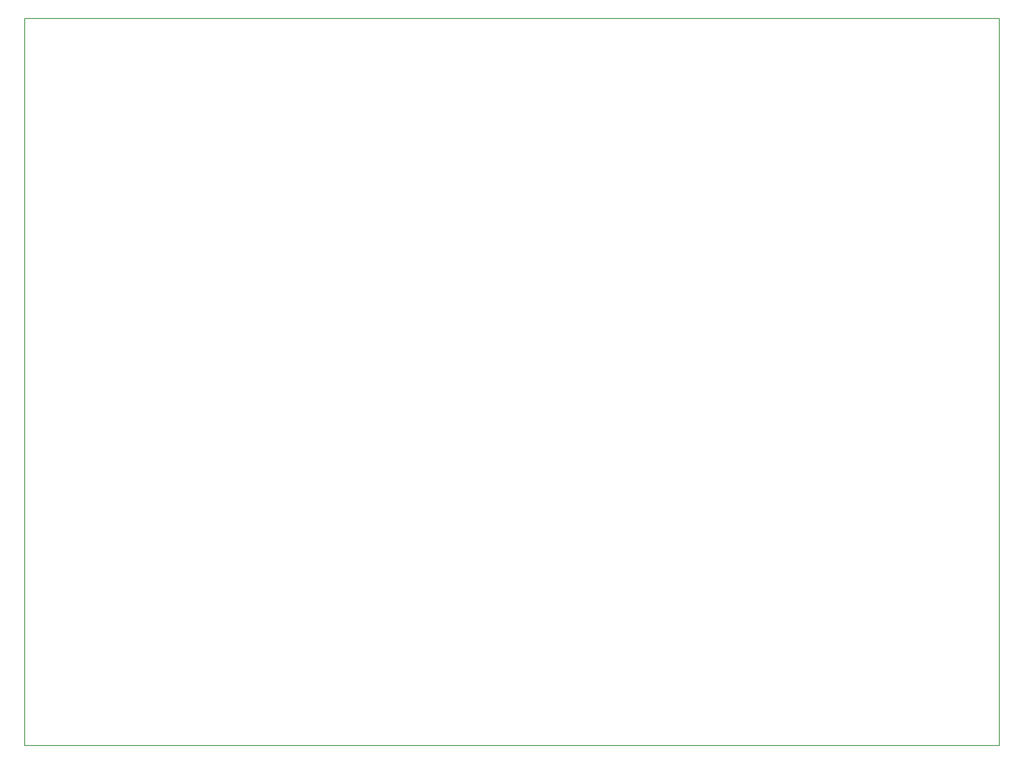
<source format=gm1>
G04 #@! TF.GenerationSoftware,KiCad,Pcbnew,5.1.9+dfsg1-1*
G04 #@! TF.CreationDate,2021-05-06T21:29:49+02:00*
G04 #@! TF.ProjectId,dtz80-complete,64747a38-302d-4636-9f6d-706c6574652e,rev?*
G04 #@! TF.SameCoordinates,Original*
G04 #@! TF.FileFunction,Profile,NP*
%FSLAX46Y46*%
G04 Gerber Fmt 4.6, Leading zero omitted, Abs format (unit mm)*
G04 Created by KiCad (PCBNEW 5.1.9+dfsg1-1) date 2021-05-06 21:29:49*
%MOMM*%
%LPD*%
G01*
G04 APERTURE LIST*
G04 #@! TA.AperFunction,Profile*
%ADD10C,0.150000*%
G04 #@! TD*
G04 APERTURE END LIST*
D10*
X238760000Y-25400000D02*
X238760000Y-175260000D01*
X38100000Y-175260000D02*
X38100000Y-25400000D01*
X238760000Y-175260000D02*
X38100000Y-175260000D01*
X38100000Y-25400000D02*
X238760000Y-25400000D01*
M02*

</source>
